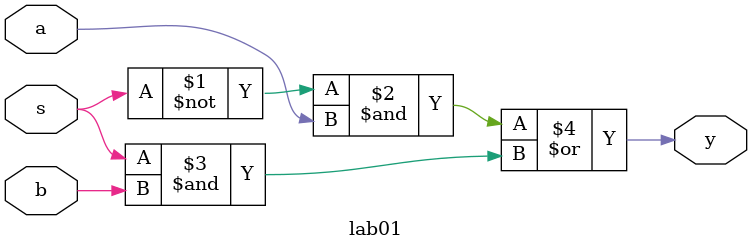
<source format=v>
module lab01(a,b,s,y);
	input a,b,s; // 声明3个wire 型 输入 变 量 a,b,和s， 其宽度为1位 。
	output y; // 声明1个wire 型 输出 变 量 y， 其宽度为1位 。

	assign y = (~s&a)|(s&b); // 实 现 电 路 的 逻 辑 功 能 。

endmodule 
</source>
